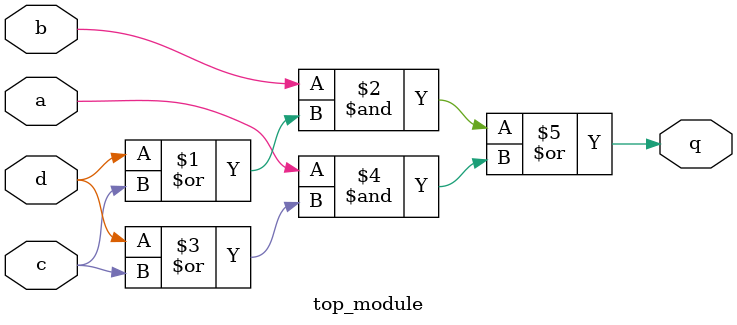
<source format=v>

module top_module (
    input a,
    input b,
    input c,
    input d,
    output q );//

    assign q = (b&(d|c))|(a&(d|c)); // Fix me

endmodule

</source>
